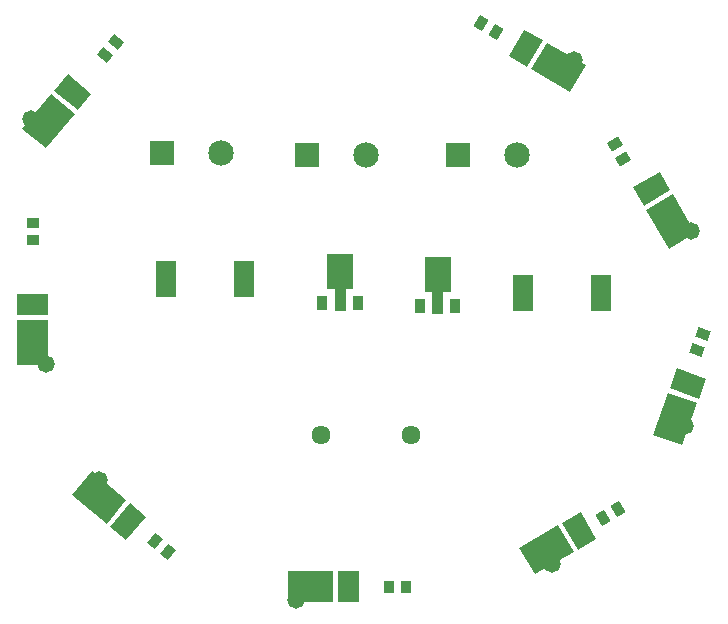
<source format=gts>
G04*
G04 #@! TF.GenerationSoftware,Altium Limited,Altium Designer,21.7.2 (23)*
G04*
G04 Layer_Color=8388736*
%FSLAX25Y25*%
%MOIN*%
G70*
G04*
G04 #@! TF.SameCoordinates,14A67933-5EF9-4AFF-BA5B-A8FCC5FD6F51*
G04*
G04*
G04 #@! TF.FilePolarity,Negative*
G04*
G01*
G75*
%ADD22R,0.06509X0.12217*%
%ADD23R,0.03556X0.05131*%
G04:AMPARAMS|DCode=24|XSize=33.59mil|YSize=43.43mil|CornerRadius=0mil|HoleSize=0mil|Usage=FLASHONLY|Rotation=150.000|XOffset=0mil|YOffset=0mil|HoleType=Round|Shape=Rectangle|*
%AMROTATEDRECTD24*
4,1,4,0.02540,0.01041,0.00369,-0.02721,-0.02540,-0.01041,-0.00369,0.02721,0.02540,0.01041,0.0*
%
%ADD24ROTATEDRECTD24*%

G04:AMPARAMS|DCode=25|XSize=33.59mil|YSize=43.43mil|CornerRadius=0mil|HoleSize=0mil|Usage=FLASHONLY|Rotation=120.000|XOffset=0mil|YOffset=0mil|HoleType=Round|Shape=Rectangle|*
%AMROTATEDRECTD25*
4,1,4,0.02721,-0.00369,-0.01041,-0.02540,-0.02721,0.00369,0.01041,0.02540,0.02721,-0.00369,0.0*
%
%ADD25ROTATEDRECTD25*%

G04:AMPARAMS|DCode=26|XSize=33.59mil|YSize=43.43mil|CornerRadius=0mil|HoleSize=0mil|Usage=FLASHONLY|Rotation=70.000|XOffset=0mil|YOffset=0mil|HoleType=Round|Shape=Rectangle|*
%AMROTATEDRECTD26*
4,1,4,0.01466,-0.02321,-0.02615,-0.00836,-0.01466,0.02321,0.02615,0.00836,0.01466,-0.02321,0.0*
%
%ADD26ROTATEDRECTD26*%

G04:AMPARAMS|DCode=27|XSize=33.59mil|YSize=43.43mil|CornerRadius=0mil|HoleSize=0mil|Usage=FLASHONLY|Rotation=30.000|XOffset=0mil|YOffset=0mil|HoleType=Round|Shape=Rectangle|*
%AMROTATEDRECTD27*
4,1,4,-0.00369,-0.02721,-0.02540,0.01041,0.00369,0.02721,0.02540,-0.01041,-0.00369,-0.02721,0.0*
%
%ADD27ROTATEDRECTD27*%

%ADD28R,0.03359X0.04343*%
G04:AMPARAMS|DCode=29|XSize=33.59mil|YSize=43.43mil|CornerRadius=0mil|HoleSize=0mil|Usage=FLASHONLY|Rotation=320.000|XOffset=0mil|YOffset=0mil|HoleType=Round|Shape=Rectangle|*
%AMROTATEDRECTD29*
4,1,4,-0.02682,-0.00584,0.00109,0.02743,0.02682,0.00584,-0.00109,-0.02743,-0.02682,-0.00584,0.0*
%
%ADD29ROTATEDRECTD29*%

%ADD30R,0.04343X0.03359*%
G04:AMPARAMS|DCode=31|XSize=33.59mil|YSize=43.43mil|CornerRadius=0mil|HoleSize=0mil|Usage=FLASHONLY|Rotation=50.000|XOffset=0mil|YOffset=0mil|HoleType=Round|Shape=Rectangle|*
%AMROTATEDRECTD31*
4,1,4,0.00584,-0.02682,-0.02743,0.00109,-0.00584,0.02682,0.02743,-0.00109,0.00584,-0.02682,0.0*
%
%ADD31ROTATEDRECTD31*%

%ADD32C,0.08477*%
%ADD33R,0.08477X0.08477*%
%ADD34C,0.06343*%
%ADD35C,0.05800*%
G36*
X183203Y295396D02*
X176616Y287546D01*
X165136Y297179D01*
X171722Y305029D01*
X183203Y295396D01*
D02*
G37*
G36*
X189838Y289829D02*
X183251Y281979D01*
X177830Y286527D01*
X184417Y294377D01*
X189838Y289829D01*
D02*
G37*
G36*
X252150Y261371D02*
X237163D01*
Y271618D01*
X252150D01*
Y261371D01*
D02*
G37*
G36*
X260811Y261371D02*
X253735D01*
Y271618D01*
X260811D01*
Y261371D01*
D02*
G37*
G36*
X171521Y430751D02*
X166973Y425330D01*
X159123Y431917D01*
X163671Y437338D01*
X171521Y430751D01*
D02*
G37*
G36*
X165954Y424116D02*
X156321Y412636D01*
X148471Y419222D01*
X158104Y430703D01*
X165954Y424116D01*
D02*
G37*
G36*
X258831Y365736D02*
X256272D01*
Y358551D01*
X252728D01*
Y365736D01*
X250169D01*
Y377449D01*
X258831D01*
Y365736D01*
D02*
G37*
G36*
X157129Y357042D02*
X146882D01*
Y364118D01*
X157129D01*
Y357042D01*
D02*
G37*
G36*
X157129Y340470D02*
X146882D01*
Y355457D01*
X157129D01*
Y340470D01*
D02*
G37*
G36*
X291331Y364736D02*
X288772D01*
Y357551D01*
X285228D01*
Y364736D01*
X282669D01*
Y376449D01*
X291331D01*
Y364736D01*
D02*
G37*
G36*
X376360Y335844D02*
X373939Y329195D01*
X364310Y332700D01*
X366730Y339349D01*
X376360Y335844D01*
D02*
G37*
G36*
X373397Y327705D02*
X368272Y313623D01*
X358642Y317128D01*
X363768Y331210D01*
X373397Y327705D01*
D02*
G37*
G36*
X339793Y282463D02*
X333665Y278925D01*
X328541Y287800D01*
X334670Y291338D01*
X339793Y282463D01*
D02*
G37*
G36*
X332292Y278133D02*
X319314Y270639D01*
X314190Y279514D01*
X327169Y287007D01*
X332292Y278133D01*
D02*
G37*
G36*
X364575Y398665D02*
X355700Y393541D01*
X352162Y399670D01*
X361037Y404793D01*
X364575Y398665D01*
D02*
G37*
G36*
X372861Y384314D02*
X363986Y379190D01*
X356493Y392169D01*
X365367Y397292D01*
X372861Y384314D01*
D02*
G37*
G36*
X321987Y448719D02*
X316863Y439844D01*
X310735Y443383D01*
X315859Y452257D01*
X321987Y448719D01*
D02*
G37*
G36*
X336338Y440433D02*
X331215Y431559D01*
X318236Y439052D01*
X323360Y447926D01*
X336338Y440433D01*
D02*
G37*
D22*
X341590Y364500D02*
D03*
X315409D02*
D03*
X196319Y369000D02*
D03*
X222500D02*
D03*
D23*
X260405Y361110D02*
D03*
X248594D02*
D03*
X292905Y360110D02*
D03*
X281095D02*
D03*
D24*
X306472Y451573D02*
D03*
X301528Y454427D02*
D03*
D25*
X348927Y409028D02*
D03*
X346073Y413972D02*
D03*
D26*
X373524Y345318D02*
D03*
X375476Y350682D02*
D03*
D27*
X342028Y289573D02*
D03*
X346972Y292427D02*
D03*
D28*
X270646Y266500D02*
D03*
X276354D02*
D03*
D29*
X192814Y281835D02*
D03*
X197187Y278165D02*
D03*
D30*
X152000Y382146D02*
D03*
Y387854D02*
D03*
D31*
X176165Y443814D02*
D03*
X179835Y448186D02*
D03*
D32*
X263185Y410500D02*
D03*
X214843Y411000D02*
D03*
X313342Y410500D02*
D03*
D33*
X243500D02*
D03*
X195158Y411000D02*
D03*
X293657Y410500D02*
D03*
D34*
X248039Y317000D02*
D03*
X277961D02*
D03*
D35*
X151500Y422500D02*
D03*
X325000Y274000D02*
D03*
X369500Y320000D02*
D03*
X332500Y442000D02*
D03*
X371438Y385181D02*
D03*
X239886Y261972D02*
D03*
X174000Y302000D02*
D03*
X156331Y340890D02*
D03*
M02*

</source>
